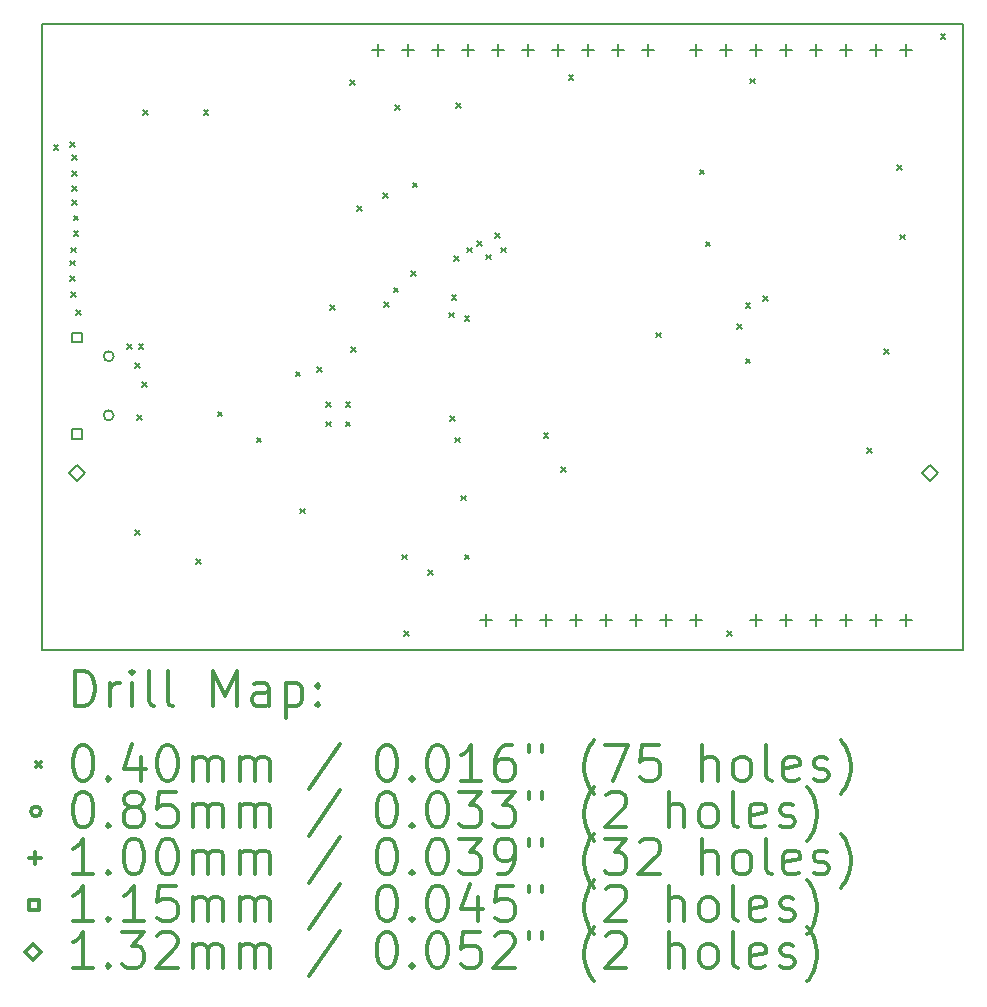
<source format=gbr>
%FSLAX45Y45*%
G04 Gerber Fmt 4.5, Leading zero omitted, Abs format (unit mm)*
G04 Created by KiCad (PCBNEW 5.0.2-bee76a0~70~ubuntu18.04.1) date Mi 12 Dez 2018 07:56:02 CET*
%MOMM*%
%LPD*%
G01*
G04 APERTURE LIST*
%ADD10C,0.150000*%
%ADD11C,0.200000*%
%ADD12C,0.300000*%
G04 APERTURE END LIST*
D10*
X12300000Y-13000000D02*
X12300000Y-7700000D01*
X4500000Y-7700000D02*
X4500000Y-13000000D01*
X12300000Y-7700000D02*
X4500000Y-7700000D01*
X4500000Y-13000000D02*
X12300000Y-13000000D01*
D11*
X4600000Y-8720000D02*
X4640000Y-8760000D01*
X4640000Y-8720000D02*
X4600000Y-8760000D01*
X4740000Y-8700000D02*
X4780000Y-8740000D01*
X4780000Y-8700000D02*
X4740000Y-8740000D01*
X4740000Y-9700000D02*
X4780000Y-9740000D01*
X4780000Y-9700000D02*
X4740000Y-9740000D01*
X4740000Y-9830000D02*
X4780000Y-9870000D01*
X4780000Y-9830000D02*
X4740000Y-9870000D01*
X4750000Y-9590000D02*
X4790000Y-9630000D01*
X4790000Y-9590000D02*
X4750000Y-9630000D01*
X4750000Y-9970000D02*
X4790000Y-10010000D01*
X4790000Y-9970000D02*
X4750000Y-10010000D01*
X4760000Y-8810000D02*
X4800000Y-8850000D01*
X4800000Y-8810000D02*
X4760000Y-8850000D01*
X4760000Y-8940000D02*
X4800000Y-8980000D01*
X4800000Y-8940000D02*
X4760000Y-8980000D01*
X4760000Y-9070000D02*
X4800000Y-9110000D01*
X4800000Y-9070000D02*
X4760000Y-9110000D01*
X4760000Y-9190000D02*
X4800000Y-9230000D01*
X4800000Y-9190000D02*
X4760000Y-9230000D01*
X4770000Y-9320000D02*
X4810000Y-9360000D01*
X4810000Y-9320000D02*
X4770000Y-9360000D01*
X4770000Y-9450000D02*
X4810000Y-9490000D01*
X4810000Y-9450000D02*
X4770000Y-9490000D01*
X4790000Y-10120000D02*
X4830000Y-10160000D01*
X4830000Y-10120000D02*
X4790000Y-10160000D01*
X5220000Y-10410000D02*
X5260000Y-10450000D01*
X5260000Y-10410000D02*
X5220000Y-10450000D01*
X5290000Y-11980000D02*
X5330000Y-12020000D01*
X5330000Y-11980000D02*
X5290000Y-12020000D01*
X5290503Y-10570503D02*
X5330503Y-10610503D01*
X5330503Y-10570503D02*
X5290503Y-10610503D01*
X5310000Y-11010000D02*
X5350000Y-11050000D01*
X5350000Y-11010000D02*
X5310000Y-11050000D01*
X5320000Y-10410000D02*
X5360000Y-10450000D01*
X5360000Y-10410000D02*
X5320000Y-10450000D01*
X5350000Y-10730000D02*
X5390000Y-10770000D01*
X5390000Y-10730000D02*
X5350000Y-10770000D01*
X5360000Y-8429000D02*
X5400000Y-8469000D01*
X5400000Y-8429000D02*
X5360000Y-8469000D01*
X5810000Y-12230000D02*
X5850000Y-12270000D01*
X5850000Y-12230000D02*
X5810000Y-12270000D01*
X5870000Y-8429000D02*
X5910000Y-8469000D01*
X5910000Y-8429000D02*
X5870000Y-8469000D01*
X5990000Y-10980000D02*
X6030000Y-11020000D01*
X6030000Y-10980000D02*
X5990000Y-11020000D01*
X6320000Y-11200000D02*
X6360000Y-11240000D01*
X6360000Y-11200000D02*
X6320000Y-11240000D01*
X6650000Y-10640000D02*
X6690000Y-10680000D01*
X6690000Y-10640000D02*
X6650000Y-10680000D01*
X6690000Y-11800000D02*
X6730000Y-11840000D01*
X6730000Y-11800000D02*
X6690000Y-11840000D01*
X6830747Y-10599253D02*
X6870747Y-10639253D01*
X6870747Y-10599253D02*
X6830747Y-10639253D01*
X6906250Y-11063750D02*
X6946250Y-11103750D01*
X6946250Y-11063750D02*
X6906250Y-11103750D01*
X6910000Y-10896250D02*
X6950000Y-10936250D01*
X6950000Y-10896250D02*
X6910000Y-10936250D01*
X6940000Y-10080000D02*
X6980000Y-10120000D01*
X6980000Y-10080000D02*
X6940000Y-10120000D01*
X7073750Y-10896250D02*
X7113750Y-10936250D01*
X7113750Y-10896250D02*
X7073750Y-10936250D01*
X7073750Y-11063750D02*
X7113750Y-11103750D01*
X7113750Y-11063750D02*
X7073750Y-11103750D01*
X7110000Y-8170000D02*
X7150000Y-8210000D01*
X7150000Y-8170000D02*
X7110000Y-8210000D01*
X7120000Y-10430000D02*
X7160000Y-10470000D01*
X7160000Y-10430000D02*
X7120000Y-10470000D01*
X7170000Y-9240000D02*
X7210000Y-9280000D01*
X7210000Y-9240000D02*
X7170000Y-9280000D01*
X7390000Y-9130000D02*
X7430000Y-9170000D01*
X7430000Y-9130000D02*
X7390000Y-9170000D01*
X7400000Y-10050000D02*
X7440000Y-10090000D01*
X7440000Y-10050000D02*
X7400000Y-10090000D01*
X7480000Y-9930000D02*
X7520000Y-9970000D01*
X7520000Y-9930000D02*
X7480000Y-9970000D01*
X7490000Y-8385000D02*
X7530000Y-8425000D01*
X7530000Y-8385000D02*
X7490000Y-8425000D01*
X7550000Y-12190000D02*
X7590000Y-12230000D01*
X7590000Y-12190000D02*
X7550000Y-12230000D01*
X7570000Y-12835000D02*
X7610000Y-12875000D01*
X7610000Y-12835000D02*
X7570000Y-12875000D01*
X7630000Y-9790000D02*
X7670000Y-9830000D01*
X7670000Y-9790000D02*
X7630000Y-9830000D01*
X7640000Y-9040000D02*
X7680000Y-9080000D01*
X7680000Y-9040000D02*
X7640000Y-9080000D01*
X7770000Y-12320000D02*
X7810000Y-12360000D01*
X7810000Y-12320000D02*
X7770000Y-12360000D01*
X7950000Y-10140000D02*
X7990000Y-10180000D01*
X7990000Y-10140000D02*
X7950000Y-10180000D01*
X7960000Y-11020000D02*
X8000000Y-11060000D01*
X8000000Y-11020000D02*
X7960000Y-11060000D01*
X7970000Y-9990000D02*
X8010000Y-10030000D01*
X8010000Y-9990000D02*
X7970000Y-10030000D01*
X7990000Y-9660000D02*
X8030000Y-9700000D01*
X8030000Y-9660000D02*
X7990000Y-9700000D01*
X8000000Y-11200000D02*
X8040000Y-11240000D01*
X8040000Y-11200000D02*
X8000000Y-11240000D01*
X8010000Y-8370000D02*
X8050000Y-8410000D01*
X8050000Y-8370000D02*
X8010000Y-8410000D01*
X8050000Y-11690000D02*
X8090000Y-11730000D01*
X8090000Y-11690000D02*
X8050000Y-11730000D01*
X8080000Y-10170000D02*
X8120000Y-10210000D01*
X8120000Y-10170000D02*
X8080000Y-10210000D01*
X8080000Y-12190000D02*
X8120000Y-12230000D01*
X8120000Y-12190000D02*
X8080000Y-12230000D01*
X8100000Y-9590000D02*
X8140000Y-9630000D01*
X8140000Y-9590000D02*
X8100000Y-9630000D01*
X8184800Y-9537000D02*
X8224800Y-9577000D01*
X8224800Y-9537000D02*
X8184800Y-9577000D01*
X8260000Y-9650000D02*
X8300000Y-9690000D01*
X8300000Y-9650000D02*
X8260000Y-9690000D01*
X8340775Y-9469745D02*
X8380775Y-9509745D01*
X8380775Y-9469745D02*
X8340775Y-9509745D01*
X8390000Y-9590000D02*
X8430000Y-9630000D01*
X8430000Y-9590000D02*
X8390000Y-9630000D01*
X8750000Y-11160000D02*
X8790000Y-11200000D01*
X8790000Y-11160000D02*
X8750000Y-11200000D01*
X8900000Y-11450000D02*
X8940000Y-11490000D01*
X8940000Y-11450000D02*
X8900000Y-11490000D01*
X8960000Y-8130000D02*
X9000000Y-8170000D01*
X9000000Y-8130000D02*
X8960000Y-8170000D01*
X9700000Y-10310000D02*
X9740000Y-10350000D01*
X9740000Y-10310000D02*
X9700000Y-10350000D01*
X10070000Y-8930000D02*
X10110000Y-8970000D01*
X10110000Y-8930000D02*
X10070000Y-8970000D01*
X10120000Y-9540000D02*
X10160000Y-9580000D01*
X10160000Y-9540000D02*
X10120000Y-9580000D01*
X10300000Y-12840000D02*
X10340000Y-12880000D01*
X10340000Y-12840000D02*
X10300000Y-12880000D01*
X10390000Y-10240000D02*
X10430000Y-10280000D01*
X10430000Y-10240000D02*
X10390000Y-10280000D01*
X10460000Y-10060000D02*
X10500000Y-10100000D01*
X10500000Y-10060000D02*
X10460000Y-10100000D01*
X10460000Y-10530000D02*
X10500000Y-10570000D01*
X10500000Y-10530000D02*
X10460000Y-10570000D01*
X10500000Y-8160000D02*
X10540000Y-8200000D01*
X10540000Y-8160000D02*
X10500000Y-8200000D01*
X10610000Y-10000000D02*
X10650000Y-10040000D01*
X10650000Y-10000000D02*
X10610000Y-10040000D01*
X11490000Y-11290000D02*
X11530000Y-11330000D01*
X11530000Y-11290000D02*
X11490000Y-11330000D01*
X11630000Y-10450000D02*
X11670000Y-10490000D01*
X11670000Y-10450000D02*
X11630000Y-10490000D01*
X11740000Y-8890000D02*
X11780000Y-8930000D01*
X11780000Y-8890000D02*
X11740000Y-8930000D01*
X11770000Y-9480000D02*
X11810000Y-9520000D01*
X11810000Y-9480000D02*
X11770000Y-9520000D01*
X12110000Y-7780000D02*
X12150000Y-7820000D01*
X12150000Y-7780000D02*
X12110000Y-7820000D01*
X5108754Y-10509910D02*
G75*
G03X5108754Y-10509910I-42500J0D01*
G01*
X5108754Y-11009910D02*
G75*
G03X5108754Y-11009910I-42500J0D01*
G01*
X7349600Y-7870000D02*
X7349600Y-7970000D01*
X7299600Y-7920000D02*
X7399600Y-7920000D01*
X7603600Y-7870000D02*
X7603600Y-7970000D01*
X7553600Y-7920000D02*
X7653600Y-7920000D01*
X7857600Y-7870000D02*
X7857600Y-7970000D01*
X7807600Y-7920000D02*
X7907600Y-7920000D01*
X8111600Y-7870000D02*
X8111600Y-7970000D01*
X8061600Y-7920000D02*
X8161600Y-7920000D01*
X8264000Y-12696000D02*
X8264000Y-12796000D01*
X8214000Y-12746000D02*
X8314000Y-12746000D01*
X8365600Y-7870000D02*
X8365600Y-7970000D01*
X8315600Y-7920000D02*
X8415600Y-7920000D01*
X8518000Y-12696000D02*
X8518000Y-12796000D01*
X8468000Y-12746000D02*
X8568000Y-12746000D01*
X8619600Y-7870000D02*
X8619600Y-7970000D01*
X8569600Y-7920000D02*
X8669600Y-7920000D01*
X8772000Y-12696000D02*
X8772000Y-12796000D01*
X8722000Y-12746000D02*
X8822000Y-12746000D01*
X8873600Y-7870000D02*
X8873600Y-7970000D01*
X8823600Y-7920000D02*
X8923600Y-7920000D01*
X9026000Y-12696000D02*
X9026000Y-12796000D01*
X8976000Y-12746000D02*
X9076000Y-12746000D01*
X9127600Y-7870000D02*
X9127600Y-7970000D01*
X9077600Y-7920000D02*
X9177600Y-7920000D01*
X9280000Y-12696000D02*
X9280000Y-12796000D01*
X9230000Y-12746000D02*
X9330000Y-12746000D01*
X9381600Y-7870000D02*
X9381600Y-7970000D01*
X9331600Y-7920000D02*
X9431600Y-7920000D01*
X9534000Y-12696000D02*
X9534000Y-12796000D01*
X9484000Y-12746000D02*
X9584000Y-12746000D01*
X9635600Y-7870000D02*
X9635600Y-7970000D01*
X9585600Y-7920000D02*
X9685600Y-7920000D01*
X9788000Y-12696000D02*
X9788000Y-12796000D01*
X9738000Y-12746000D02*
X9838000Y-12746000D01*
X10042000Y-7870000D02*
X10042000Y-7970000D01*
X9992000Y-7920000D02*
X10092000Y-7920000D01*
X10042000Y-12696000D02*
X10042000Y-12796000D01*
X9992000Y-12746000D02*
X10092000Y-12746000D01*
X10296000Y-7870000D02*
X10296000Y-7970000D01*
X10246000Y-7920000D02*
X10346000Y-7920000D01*
X10550000Y-7870000D02*
X10550000Y-7970000D01*
X10500000Y-7920000D02*
X10600000Y-7920000D01*
X10550000Y-12696000D02*
X10550000Y-12796000D01*
X10500000Y-12746000D02*
X10600000Y-12746000D01*
X10804000Y-7870000D02*
X10804000Y-7970000D01*
X10754000Y-7920000D02*
X10854000Y-7920000D01*
X10804000Y-12696000D02*
X10804000Y-12796000D01*
X10754000Y-12746000D02*
X10854000Y-12746000D01*
X11058000Y-7870000D02*
X11058000Y-7970000D01*
X11008000Y-7920000D02*
X11108000Y-7920000D01*
X11058000Y-12696000D02*
X11058000Y-12796000D01*
X11008000Y-12746000D02*
X11108000Y-12746000D01*
X11312000Y-7870000D02*
X11312000Y-7970000D01*
X11262000Y-7920000D02*
X11362000Y-7920000D01*
X11312000Y-12696000D02*
X11312000Y-12796000D01*
X11262000Y-12746000D02*
X11362000Y-12746000D01*
X11566000Y-7870000D02*
X11566000Y-7970000D01*
X11516000Y-7920000D02*
X11616000Y-7920000D01*
X11566000Y-12696000D02*
X11566000Y-12796000D01*
X11516000Y-12746000D02*
X11616000Y-12746000D01*
X11820000Y-7870000D02*
X11820000Y-7970000D01*
X11770000Y-7920000D02*
X11870000Y-7920000D01*
X11820000Y-12696000D02*
X11820000Y-12796000D01*
X11770000Y-12746000D02*
X11870000Y-12746000D01*
X4836913Y-10390659D02*
X4836913Y-10309341D01*
X4755595Y-10309341D01*
X4755595Y-10390659D01*
X4836913Y-10390659D01*
X4836913Y-11210659D02*
X4836913Y-11129341D01*
X4755595Y-11129341D01*
X4755595Y-11210659D01*
X4836913Y-11210659D01*
X4799000Y-11566000D02*
X4865000Y-11500000D01*
X4799000Y-11434000D01*
X4733000Y-11500000D01*
X4799000Y-11566000D01*
X12021000Y-11566000D02*
X12087000Y-11500000D01*
X12021000Y-11434000D01*
X11955000Y-11500000D01*
X12021000Y-11566000D01*
D12*
X4778928Y-13473214D02*
X4778928Y-13173214D01*
X4850357Y-13173214D01*
X4893214Y-13187500D01*
X4921786Y-13216071D01*
X4936071Y-13244643D01*
X4950357Y-13301786D01*
X4950357Y-13344643D01*
X4936071Y-13401786D01*
X4921786Y-13430357D01*
X4893214Y-13458929D01*
X4850357Y-13473214D01*
X4778928Y-13473214D01*
X5078928Y-13473214D02*
X5078928Y-13273214D01*
X5078928Y-13330357D02*
X5093214Y-13301786D01*
X5107500Y-13287500D01*
X5136071Y-13273214D01*
X5164643Y-13273214D01*
X5264643Y-13473214D02*
X5264643Y-13273214D01*
X5264643Y-13173214D02*
X5250357Y-13187500D01*
X5264643Y-13201786D01*
X5278928Y-13187500D01*
X5264643Y-13173214D01*
X5264643Y-13201786D01*
X5450357Y-13473214D02*
X5421786Y-13458929D01*
X5407500Y-13430357D01*
X5407500Y-13173214D01*
X5607500Y-13473214D02*
X5578928Y-13458929D01*
X5564643Y-13430357D01*
X5564643Y-13173214D01*
X5950357Y-13473214D02*
X5950357Y-13173214D01*
X6050357Y-13387500D01*
X6150357Y-13173214D01*
X6150357Y-13473214D01*
X6421786Y-13473214D02*
X6421786Y-13316071D01*
X6407500Y-13287500D01*
X6378928Y-13273214D01*
X6321786Y-13273214D01*
X6293214Y-13287500D01*
X6421786Y-13458929D02*
X6393214Y-13473214D01*
X6321786Y-13473214D01*
X6293214Y-13458929D01*
X6278928Y-13430357D01*
X6278928Y-13401786D01*
X6293214Y-13373214D01*
X6321786Y-13358929D01*
X6393214Y-13358929D01*
X6421786Y-13344643D01*
X6564643Y-13273214D02*
X6564643Y-13573214D01*
X6564643Y-13287500D02*
X6593214Y-13273214D01*
X6650357Y-13273214D01*
X6678928Y-13287500D01*
X6693214Y-13301786D01*
X6707500Y-13330357D01*
X6707500Y-13416071D01*
X6693214Y-13444643D01*
X6678928Y-13458929D01*
X6650357Y-13473214D01*
X6593214Y-13473214D01*
X6564643Y-13458929D01*
X6836071Y-13444643D02*
X6850357Y-13458929D01*
X6836071Y-13473214D01*
X6821786Y-13458929D01*
X6836071Y-13444643D01*
X6836071Y-13473214D01*
X6836071Y-13287500D02*
X6850357Y-13301786D01*
X6836071Y-13316071D01*
X6821786Y-13301786D01*
X6836071Y-13287500D01*
X6836071Y-13316071D01*
X4452500Y-13947500D02*
X4492500Y-13987500D01*
X4492500Y-13947500D02*
X4452500Y-13987500D01*
X4836071Y-13803214D02*
X4864643Y-13803214D01*
X4893214Y-13817500D01*
X4907500Y-13831786D01*
X4921786Y-13860357D01*
X4936071Y-13917500D01*
X4936071Y-13988929D01*
X4921786Y-14046071D01*
X4907500Y-14074643D01*
X4893214Y-14088929D01*
X4864643Y-14103214D01*
X4836071Y-14103214D01*
X4807500Y-14088929D01*
X4793214Y-14074643D01*
X4778928Y-14046071D01*
X4764643Y-13988929D01*
X4764643Y-13917500D01*
X4778928Y-13860357D01*
X4793214Y-13831786D01*
X4807500Y-13817500D01*
X4836071Y-13803214D01*
X5064643Y-14074643D02*
X5078928Y-14088929D01*
X5064643Y-14103214D01*
X5050357Y-14088929D01*
X5064643Y-14074643D01*
X5064643Y-14103214D01*
X5336071Y-13903214D02*
X5336071Y-14103214D01*
X5264643Y-13788929D02*
X5193214Y-14003214D01*
X5378928Y-14003214D01*
X5550357Y-13803214D02*
X5578928Y-13803214D01*
X5607500Y-13817500D01*
X5621786Y-13831786D01*
X5636071Y-13860357D01*
X5650357Y-13917500D01*
X5650357Y-13988929D01*
X5636071Y-14046071D01*
X5621786Y-14074643D01*
X5607500Y-14088929D01*
X5578928Y-14103214D01*
X5550357Y-14103214D01*
X5521786Y-14088929D01*
X5507500Y-14074643D01*
X5493214Y-14046071D01*
X5478928Y-13988929D01*
X5478928Y-13917500D01*
X5493214Y-13860357D01*
X5507500Y-13831786D01*
X5521786Y-13817500D01*
X5550357Y-13803214D01*
X5778928Y-14103214D02*
X5778928Y-13903214D01*
X5778928Y-13931786D02*
X5793214Y-13917500D01*
X5821786Y-13903214D01*
X5864643Y-13903214D01*
X5893214Y-13917500D01*
X5907500Y-13946071D01*
X5907500Y-14103214D01*
X5907500Y-13946071D02*
X5921786Y-13917500D01*
X5950357Y-13903214D01*
X5993214Y-13903214D01*
X6021786Y-13917500D01*
X6036071Y-13946071D01*
X6036071Y-14103214D01*
X6178928Y-14103214D02*
X6178928Y-13903214D01*
X6178928Y-13931786D02*
X6193214Y-13917500D01*
X6221786Y-13903214D01*
X6264643Y-13903214D01*
X6293214Y-13917500D01*
X6307500Y-13946071D01*
X6307500Y-14103214D01*
X6307500Y-13946071D02*
X6321786Y-13917500D01*
X6350357Y-13903214D01*
X6393214Y-13903214D01*
X6421786Y-13917500D01*
X6436071Y-13946071D01*
X6436071Y-14103214D01*
X7021786Y-13788929D02*
X6764643Y-14174643D01*
X7407500Y-13803214D02*
X7436071Y-13803214D01*
X7464643Y-13817500D01*
X7478928Y-13831786D01*
X7493214Y-13860357D01*
X7507500Y-13917500D01*
X7507500Y-13988929D01*
X7493214Y-14046071D01*
X7478928Y-14074643D01*
X7464643Y-14088929D01*
X7436071Y-14103214D01*
X7407500Y-14103214D01*
X7378928Y-14088929D01*
X7364643Y-14074643D01*
X7350357Y-14046071D01*
X7336071Y-13988929D01*
X7336071Y-13917500D01*
X7350357Y-13860357D01*
X7364643Y-13831786D01*
X7378928Y-13817500D01*
X7407500Y-13803214D01*
X7636071Y-14074643D02*
X7650357Y-14088929D01*
X7636071Y-14103214D01*
X7621786Y-14088929D01*
X7636071Y-14074643D01*
X7636071Y-14103214D01*
X7836071Y-13803214D02*
X7864643Y-13803214D01*
X7893214Y-13817500D01*
X7907500Y-13831786D01*
X7921786Y-13860357D01*
X7936071Y-13917500D01*
X7936071Y-13988929D01*
X7921786Y-14046071D01*
X7907500Y-14074643D01*
X7893214Y-14088929D01*
X7864643Y-14103214D01*
X7836071Y-14103214D01*
X7807500Y-14088929D01*
X7793214Y-14074643D01*
X7778928Y-14046071D01*
X7764643Y-13988929D01*
X7764643Y-13917500D01*
X7778928Y-13860357D01*
X7793214Y-13831786D01*
X7807500Y-13817500D01*
X7836071Y-13803214D01*
X8221786Y-14103214D02*
X8050357Y-14103214D01*
X8136071Y-14103214D02*
X8136071Y-13803214D01*
X8107500Y-13846071D01*
X8078928Y-13874643D01*
X8050357Y-13888929D01*
X8478928Y-13803214D02*
X8421786Y-13803214D01*
X8393214Y-13817500D01*
X8378928Y-13831786D01*
X8350357Y-13874643D01*
X8336071Y-13931786D01*
X8336071Y-14046071D01*
X8350357Y-14074643D01*
X8364643Y-14088929D01*
X8393214Y-14103214D01*
X8450357Y-14103214D01*
X8478928Y-14088929D01*
X8493214Y-14074643D01*
X8507500Y-14046071D01*
X8507500Y-13974643D01*
X8493214Y-13946071D01*
X8478928Y-13931786D01*
X8450357Y-13917500D01*
X8393214Y-13917500D01*
X8364643Y-13931786D01*
X8350357Y-13946071D01*
X8336071Y-13974643D01*
X8621786Y-13803214D02*
X8621786Y-13860357D01*
X8736071Y-13803214D02*
X8736071Y-13860357D01*
X9178928Y-14217500D02*
X9164643Y-14203214D01*
X9136071Y-14160357D01*
X9121786Y-14131786D01*
X9107500Y-14088929D01*
X9093214Y-14017500D01*
X9093214Y-13960357D01*
X9107500Y-13888929D01*
X9121786Y-13846071D01*
X9136071Y-13817500D01*
X9164643Y-13774643D01*
X9178928Y-13760357D01*
X9264643Y-13803214D02*
X9464643Y-13803214D01*
X9336071Y-14103214D01*
X9721786Y-13803214D02*
X9578928Y-13803214D01*
X9564643Y-13946071D01*
X9578928Y-13931786D01*
X9607500Y-13917500D01*
X9678928Y-13917500D01*
X9707500Y-13931786D01*
X9721786Y-13946071D01*
X9736071Y-13974643D01*
X9736071Y-14046071D01*
X9721786Y-14074643D01*
X9707500Y-14088929D01*
X9678928Y-14103214D01*
X9607500Y-14103214D01*
X9578928Y-14088929D01*
X9564643Y-14074643D01*
X10093214Y-14103214D02*
X10093214Y-13803214D01*
X10221786Y-14103214D02*
X10221786Y-13946071D01*
X10207500Y-13917500D01*
X10178928Y-13903214D01*
X10136071Y-13903214D01*
X10107500Y-13917500D01*
X10093214Y-13931786D01*
X10407500Y-14103214D02*
X10378928Y-14088929D01*
X10364643Y-14074643D01*
X10350357Y-14046071D01*
X10350357Y-13960357D01*
X10364643Y-13931786D01*
X10378928Y-13917500D01*
X10407500Y-13903214D01*
X10450357Y-13903214D01*
X10478928Y-13917500D01*
X10493214Y-13931786D01*
X10507500Y-13960357D01*
X10507500Y-14046071D01*
X10493214Y-14074643D01*
X10478928Y-14088929D01*
X10450357Y-14103214D01*
X10407500Y-14103214D01*
X10678928Y-14103214D02*
X10650357Y-14088929D01*
X10636071Y-14060357D01*
X10636071Y-13803214D01*
X10907500Y-14088929D02*
X10878928Y-14103214D01*
X10821786Y-14103214D01*
X10793214Y-14088929D01*
X10778928Y-14060357D01*
X10778928Y-13946071D01*
X10793214Y-13917500D01*
X10821786Y-13903214D01*
X10878928Y-13903214D01*
X10907500Y-13917500D01*
X10921786Y-13946071D01*
X10921786Y-13974643D01*
X10778928Y-14003214D01*
X11036071Y-14088929D02*
X11064643Y-14103214D01*
X11121786Y-14103214D01*
X11150357Y-14088929D01*
X11164643Y-14060357D01*
X11164643Y-14046071D01*
X11150357Y-14017500D01*
X11121786Y-14003214D01*
X11078928Y-14003214D01*
X11050357Y-13988929D01*
X11036071Y-13960357D01*
X11036071Y-13946071D01*
X11050357Y-13917500D01*
X11078928Y-13903214D01*
X11121786Y-13903214D01*
X11150357Y-13917500D01*
X11264643Y-14217500D02*
X11278928Y-14203214D01*
X11307500Y-14160357D01*
X11321786Y-14131786D01*
X11336071Y-14088929D01*
X11350357Y-14017500D01*
X11350357Y-13960357D01*
X11336071Y-13888929D01*
X11321786Y-13846071D01*
X11307500Y-13817500D01*
X11278928Y-13774643D01*
X11264643Y-13760357D01*
X4492500Y-14363500D02*
G75*
G03X4492500Y-14363500I-42500J0D01*
G01*
X4836071Y-14199214D02*
X4864643Y-14199214D01*
X4893214Y-14213500D01*
X4907500Y-14227786D01*
X4921786Y-14256357D01*
X4936071Y-14313500D01*
X4936071Y-14384929D01*
X4921786Y-14442071D01*
X4907500Y-14470643D01*
X4893214Y-14484929D01*
X4864643Y-14499214D01*
X4836071Y-14499214D01*
X4807500Y-14484929D01*
X4793214Y-14470643D01*
X4778928Y-14442071D01*
X4764643Y-14384929D01*
X4764643Y-14313500D01*
X4778928Y-14256357D01*
X4793214Y-14227786D01*
X4807500Y-14213500D01*
X4836071Y-14199214D01*
X5064643Y-14470643D02*
X5078928Y-14484929D01*
X5064643Y-14499214D01*
X5050357Y-14484929D01*
X5064643Y-14470643D01*
X5064643Y-14499214D01*
X5250357Y-14327786D02*
X5221786Y-14313500D01*
X5207500Y-14299214D01*
X5193214Y-14270643D01*
X5193214Y-14256357D01*
X5207500Y-14227786D01*
X5221786Y-14213500D01*
X5250357Y-14199214D01*
X5307500Y-14199214D01*
X5336071Y-14213500D01*
X5350357Y-14227786D01*
X5364643Y-14256357D01*
X5364643Y-14270643D01*
X5350357Y-14299214D01*
X5336071Y-14313500D01*
X5307500Y-14327786D01*
X5250357Y-14327786D01*
X5221786Y-14342071D01*
X5207500Y-14356357D01*
X5193214Y-14384929D01*
X5193214Y-14442071D01*
X5207500Y-14470643D01*
X5221786Y-14484929D01*
X5250357Y-14499214D01*
X5307500Y-14499214D01*
X5336071Y-14484929D01*
X5350357Y-14470643D01*
X5364643Y-14442071D01*
X5364643Y-14384929D01*
X5350357Y-14356357D01*
X5336071Y-14342071D01*
X5307500Y-14327786D01*
X5636071Y-14199214D02*
X5493214Y-14199214D01*
X5478928Y-14342071D01*
X5493214Y-14327786D01*
X5521786Y-14313500D01*
X5593214Y-14313500D01*
X5621786Y-14327786D01*
X5636071Y-14342071D01*
X5650357Y-14370643D01*
X5650357Y-14442071D01*
X5636071Y-14470643D01*
X5621786Y-14484929D01*
X5593214Y-14499214D01*
X5521786Y-14499214D01*
X5493214Y-14484929D01*
X5478928Y-14470643D01*
X5778928Y-14499214D02*
X5778928Y-14299214D01*
X5778928Y-14327786D02*
X5793214Y-14313500D01*
X5821786Y-14299214D01*
X5864643Y-14299214D01*
X5893214Y-14313500D01*
X5907500Y-14342071D01*
X5907500Y-14499214D01*
X5907500Y-14342071D02*
X5921786Y-14313500D01*
X5950357Y-14299214D01*
X5993214Y-14299214D01*
X6021786Y-14313500D01*
X6036071Y-14342071D01*
X6036071Y-14499214D01*
X6178928Y-14499214D02*
X6178928Y-14299214D01*
X6178928Y-14327786D02*
X6193214Y-14313500D01*
X6221786Y-14299214D01*
X6264643Y-14299214D01*
X6293214Y-14313500D01*
X6307500Y-14342071D01*
X6307500Y-14499214D01*
X6307500Y-14342071D02*
X6321786Y-14313500D01*
X6350357Y-14299214D01*
X6393214Y-14299214D01*
X6421786Y-14313500D01*
X6436071Y-14342071D01*
X6436071Y-14499214D01*
X7021786Y-14184929D02*
X6764643Y-14570643D01*
X7407500Y-14199214D02*
X7436071Y-14199214D01*
X7464643Y-14213500D01*
X7478928Y-14227786D01*
X7493214Y-14256357D01*
X7507500Y-14313500D01*
X7507500Y-14384929D01*
X7493214Y-14442071D01*
X7478928Y-14470643D01*
X7464643Y-14484929D01*
X7436071Y-14499214D01*
X7407500Y-14499214D01*
X7378928Y-14484929D01*
X7364643Y-14470643D01*
X7350357Y-14442071D01*
X7336071Y-14384929D01*
X7336071Y-14313500D01*
X7350357Y-14256357D01*
X7364643Y-14227786D01*
X7378928Y-14213500D01*
X7407500Y-14199214D01*
X7636071Y-14470643D02*
X7650357Y-14484929D01*
X7636071Y-14499214D01*
X7621786Y-14484929D01*
X7636071Y-14470643D01*
X7636071Y-14499214D01*
X7836071Y-14199214D02*
X7864643Y-14199214D01*
X7893214Y-14213500D01*
X7907500Y-14227786D01*
X7921786Y-14256357D01*
X7936071Y-14313500D01*
X7936071Y-14384929D01*
X7921786Y-14442071D01*
X7907500Y-14470643D01*
X7893214Y-14484929D01*
X7864643Y-14499214D01*
X7836071Y-14499214D01*
X7807500Y-14484929D01*
X7793214Y-14470643D01*
X7778928Y-14442071D01*
X7764643Y-14384929D01*
X7764643Y-14313500D01*
X7778928Y-14256357D01*
X7793214Y-14227786D01*
X7807500Y-14213500D01*
X7836071Y-14199214D01*
X8036071Y-14199214D02*
X8221786Y-14199214D01*
X8121786Y-14313500D01*
X8164643Y-14313500D01*
X8193214Y-14327786D01*
X8207500Y-14342071D01*
X8221786Y-14370643D01*
X8221786Y-14442071D01*
X8207500Y-14470643D01*
X8193214Y-14484929D01*
X8164643Y-14499214D01*
X8078928Y-14499214D01*
X8050357Y-14484929D01*
X8036071Y-14470643D01*
X8321786Y-14199214D02*
X8507500Y-14199214D01*
X8407500Y-14313500D01*
X8450357Y-14313500D01*
X8478928Y-14327786D01*
X8493214Y-14342071D01*
X8507500Y-14370643D01*
X8507500Y-14442071D01*
X8493214Y-14470643D01*
X8478928Y-14484929D01*
X8450357Y-14499214D01*
X8364643Y-14499214D01*
X8336071Y-14484929D01*
X8321786Y-14470643D01*
X8621786Y-14199214D02*
X8621786Y-14256357D01*
X8736071Y-14199214D02*
X8736071Y-14256357D01*
X9178928Y-14613500D02*
X9164643Y-14599214D01*
X9136071Y-14556357D01*
X9121786Y-14527786D01*
X9107500Y-14484929D01*
X9093214Y-14413500D01*
X9093214Y-14356357D01*
X9107500Y-14284929D01*
X9121786Y-14242071D01*
X9136071Y-14213500D01*
X9164643Y-14170643D01*
X9178928Y-14156357D01*
X9278928Y-14227786D02*
X9293214Y-14213500D01*
X9321786Y-14199214D01*
X9393214Y-14199214D01*
X9421786Y-14213500D01*
X9436071Y-14227786D01*
X9450357Y-14256357D01*
X9450357Y-14284929D01*
X9436071Y-14327786D01*
X9264643Y-14499214D01*
X9450357Y-14499214D01*
X9807500Y-14499214D02*
X9807500Y-14199214D01*
X9936071Y-14499214D02*
X9936071Y-14342071D01*
X9921786Y-14313500D01*
X9893214Y-14299214D01*
X9850357Y-14299214D01*
X9821786Y-14313500D01*
X9807500Y-14327786D01*
X10121786Y-14499214D02*
X10093214Y-14484929D01*
X10078928Y-14470643D01*
X10064643Y-14442071D01*
X10064643Y-14356357D01*
X10078928Y-14327786D01*
X10093214Y-14313500D01*
X10121786Y-14299214D01*
X10164643Y-14299214D01*
X10193214Y-14313500D01*
X10207500Y-14327786D01*
X10221786Y-14356357D01*
X10221786Y-14442071D01*
X10207500Y-14470643D01*
X10193214Y-14484929D01*
X10164643Y-14499214D01*
X10121786Y-14499214D01*
X10393214Y-14499214D02*
X10364643Y-14484929D01*
X10350357Y-14456357D01*
X10350357Y-14199214D01*
X10621786Y-14484929D02*
X10593214Y-14499214D01*
X10536071Y-14499214D01*
X10507500Y-14484929D01*
X10493214Y-14456357D01*
X10493214Y-14342071D01*
X10507500Y-14313500D01*
X10536071Y-14299214D01*
X10593214Y-14299214D01*
X10621786Y-14313500D01*
X10636071Y-14342071D01*
X10636071Y-14370643D01*
X10493214Y-14399214D01*
X10750357Y-14484929D02*
X10778928Y-14499214D01*
X10836071Y-14499214D01*
X10864643Y-14484929D01*
X10878928Y-14456357D01*
X10878928Y-14442071D01*
X10864643Y-14413500D01*
X10836071Y-14399214D01*
X10793214Y-14399214D01*
X10764643Y-14384929D01*
X10750357Y-14356357D01*
X10750357Y-14342071D01*
X10764643Y-14313500D01*
X10793214Y-14299214D01*
X10836071Y-14299214D01*
X10864643Y-14313500D01*
X10978928Y-14613500D02*
X10993214Y-14599214D01*
X11021786Y-14556357D01*
X11036071Y-14527786D01*
X11050357Y-14484929D01*
X11064643Y-14413500D01*
X11064643Y-14356357D01*
X11050357Y-14284929D01*
X11036071Y-14242071D01*
X11021786Y-14213500D01*
X10993214Y-14170643D01*
X10978928Y-14156357D01*
X4442500Y-14709500D02*
X4442500Y-14809500D01*
X4392500Y-14759500D02*
X4492500Y-14759500D01*
X4936071Y-14895214D02*
X4764643Y-14895214D01*
X4850357Y-14895214D02*
X4850357Y-14595214D01*
X4821786Y-14638071D01*
X4793214Y-14666643D01*
X4764643Y-14680929D01*
X5064643Y-14866643D02*
X5078928Y-14880929D01*
X5064643Y-14895214D01*
X5050357Y-14880929D01*
X5064643Y-14866643D01*
X5064643Y-14895214D01*
X5264643Y-14595214D02*
X5293214Y-14595214D01*
X5321786Y-14609500D01*
X5336071Y-14623786D01*
X5350357Y-14652357D01*
X5364643Y-14709500D01*
X5364643Y-14780929D01*
X5350357Y-14838071D01*
X5336071Y-14866643D01*
X5321786Y-14880929D01*
X5293214Y-14895214D01*
X5264643Y-14895214D01*
X5236071Y-14880929D01*
X5221786Y-14866643D01*
X5207500Y-14838071D01*
X5193214Y-14780929D01*
X5193214Y-14709500D01*
X5207500Y-14652357D01*
X5221786Y-14623786D01*
X5236071Y-14609500D01*
X5264643Y-14595214D01*
X5550357Y-14595214D02*
X5578928Y-14595214D01*
X5607500Y-14609500D01*
X5621786Y-14623786D01*
X5636071Y-14652357D01*
X5650357Y-14709500D01*
X5650357Y-14780929D01*
X5636071Y-14838071D01*
X5621786Y-14866643D01*
X5607500Y-14880929D01*
X5578928Y-14895214D01*
X5550357Y-14895214D01*
X5521786Y-14880929D01*
X5507500Y-14866643D01*
X5493214Y-14838071D01*
X5478928Y-14780929D01*
X5478928Y-14709500D01*
X5493214Y-14652357D01*
X5507500Y-14623786D01*
X5521786Y-14609500D01*
X5550357Y-14595214D01*
X5778928Y-14895214D02*
X5778928Y-14695214D01*
X5778928Y-14723786D02*
X5793214Y-14709500D01*
X5821786Y-14695214D01*
X5864643Y-14695214D01*
X5893214Y-14709500D01*
X5907500Y-14738071D01*
X5907500Y-14895214D01*
X5907500Y-14738071D02*
X5921786Y-14709500D01*
X5950357Y-14695214D01*
X5993214Y-14695214D01*
X6021786Y-14709500D01*
X6036071Y-14738071D01*
X6036071Y-14895214D01*
X6178928Y-14895214D02*
X6178928Y-14695214D01*
X6178928Y-14723786D02*
X6193214Y-14709500D01*
X6221786Y-14695214D01*
X6264643Y-14695214D01*
X6293214Y-14709500D01*
X6307500Y-14738071D01*
X6307500Y-14895214D01*
X6307500Y-14738071D02*
X6321786Y-14709500D01*
X6350357Y-14695214D01*
X6393214Y-14695214D01*
X6421786Y-14709500D01*
X6436071Y-14738071D01*
X6436071Y-14895214D01*
X7021786Y-14580929D02*
X6764643Y-14966643D01*
X7407500Y-14595214D02*
X7436071Y-14595214D01*
X7464643Y-14609500D01*
X7478928Y-14623786D01*
X7493214Y-14652357D01*
X7507500Y-14709500D01*
X7507500Y-14780929D01*
X7493214Y-14838071D01*
X7478928Y-14866643D01*
X7464643Y-14880929D01*
X7436071Y-14895214D01*
X7407500Y-14895214D01*
X7378928Y-14880929D01*
X7364643Y-14866643D01*
X7350357Y-14838071D01*
X7336071Y-14780929D01*
X7336071Y-14709500D01*
X7350357Y-14652357D01*
X7364643Y-14623786D01*
X7378928Y-14609500D01*
X7407500Y-14595214D01*
X7636071Y-14866643D02*
X7650357Y-14880929D01*
X7636071Y-14895214D01*
X7621786Y-14880929D01*
X7636071Y-14866643D01*
X7636071Y-14895214D01*
X7836071Y-14595214D02*
X7864643Y-14595214D01*
X7893214Y-14609500D01*
X7907500Y-14623786D01*
X7921786Y-14652357D01*
X7936071Y-14709500D01*
X7936071Y-14780929D01*
X7921786Y-14838071D01*
X7907500Y-14866643D01*
X7893214Y-14880929D01*
X7864643Y-14895214D01*
X7836071Y-14895214D01*
X7807500Y-14880929D01*
X7793214Y-14866643D01*
X7778928Y-14838071D01*
X7764643Y-14780929D01*
X7764643Y-14709500D01*
X7778928Y-14652357D01*
X7793214Y-14623786D01*
X7807500Y-14609500D01*
X7836071Y-14595214D01*
X8036071Y-14595214D02*
X8221786Y-14595214D01*
X8121786Y-14709500D01*
X8164643Y-14709500D01*
X8193214Y-14723786D01*
X8207500Y-14738071D01*
X8221786Y-14766643D01*
X8221786Y-14838071D01*
X8207500Y-14866643D01*
X8193214Y-14880929D01*
X8164643Y-14895214D01*
X8078928Y-14895214D01*
X8050357Y-14880929D01*
X8036071Y-14866643D01*
X8364643Y-14895214D02*
X8421786Y-14895214D01*
X8450357Y-14880929D01*
X8464643Y-14866643D01*
X8493214Y-14823786D01*
X8507500Y-14766643D01*
X8507500Y-14652357D01*
X8493214Y-14623786D01*
X8478928Y-14609500D01*
X8450357Y-14595214D01*
X8393214Y-14595214D01*
X8364643Y-14609500D01*
X8350357Y-14623786D01*
X8336071Y-14652357D01*
X8336071Y-14723786D01*
X8350357Y-14752357D01*
X8364643Y-14766643D01*
X8393214Y-14780929D01*
X8450357Y-14780929D01*
X8478928Y-14766643D01*
X8493214Y-14752357D01*
X8507500Y-14723786D01*
X8621786Y-14595214D02*
X8621786Y-14652357D01*
X8736071Y-14595214D02*
X8736071Y-14652357D01*
X9178928Y-15009500D02*
X9164643Y-14995214D01*
X9136071Y-14952357D01*
X9121786Y-14923786D01*
X9107500Y-14880929D01*
X9093214Y-14809500D01*
X9093214Y-14752357D01*
X9107500Y-14680929D01*
X9121786Y-14638071D01*
X9136071Y-14609500D01*
X9164643Y-14566643D01*
X9178928Y-14552357D01*
X9264643Y-14595214D02*
X9450357Y-14595214D01*
X9350357Y-14709500D01*
X9393214Y-14709500D01*
X9421786Y-14723786D01*
X9436071Y-14738071D01*
X9450357Y-14766643D01*
X9450357Y-14838071D01*
X9436071Y-14866643D01*
X9421786Y-14880929D01*
X9393214Y-14895214D01*
X9307500Y-14895214D01*
X9278928Y-14880929D01*
X9264643Y-14866643D01*
X9564643Y-14623786D02*
X9578928Y-14609500D01*
X9607500Y-14595214D01*
X9678928Y-14595214D01*
X9707500Y-14609500D01*
X9721786Y-14623786D01*
X9736071Y-14652357D01*
X9736071Y-14680929D01*
X9721786Y-14723786D01*
X9550357Y-14895214D01*
X9736071Y-14895214D01*
X10093214Y-14895214D02*
X10093214Y-14595214D01*
X10221786Y-14895214D02*
X10221786Y-14738071D01*
X10207500Y-14709500D01*
X10178928Y-14695214D01*
X10136071Y-14695214D01*
X10107500Y-14709500D01*
X10093214Y-14723786D01*
X10407500Y-14895214D02*
X10378928Y-14880929D01*
X10364643Y-14866643D01*
X10350357Y-14838071D01*
X10350357Y-14752357D01*
X10364643Y-14723786D01*
X10378928Y-14709500D01*
X10407500Y-14695214D01*
X10450357Y-14695214D01*
X10478928Y-14709500D01*
X10493214Y-14723786D01*
X10507500Y-14752357D01*
X10507500Y-14838071D01*
X10493214Y-14866643D01*
X10478928Y-14880929D01*
X10450357Y-14895214D01*
X10407500Y-14895214D01*
X10678928Y-14895214D02*
X10650357Y-14880929D01*
X10636071Y-14852357D01*
X10636071Y-14595214D01*
X10907500Y-14880929D02*
X10878928Y-14895214D01*
X10821786Y-14895214D01*
X10793214Y-14880929D01*
X10778928Y-14852357D01*
X10778928Y-14738071D01*
X10793214Y-14709500D01*
X10821786Y-14695214D01*
X10878928Y-14695214D01*
X10907500Y-14709500D01*
X10921786Y-14738071D01*
X10921786Y-14766643D01*
X10778928Y-14795214D01*
X11036071Y-14880929D02*
X11064643Y-14895214D01*
X11121786Y-14895214D01*
X11150357Y-14880929D01*
X11164643Y-14852357D01*
X11164643Y-14838071D01*
X11150357Y-14809500D01*
X11121786Y-14795214D01*
X11078928Y-14795214D01*
X11050357Y-14780929D01*
X11036071Y-14752357D01*
X11036071Y-14738071D01*
X11050357Y-14709500D01*
X11078928Y-14695214D01*
X11121786Y-14695214D01*
X11150357Y-14709500D01*
X11264643Y-15009500D02*
X11278928Y-14995214D01*
X11307500Y-14952357D01*
X11321786Y-14923786D01*
X11336071Y-14880929D01*
X11350357Y-14809500D01*
X11350357Y-14752357D01*
X11336071Y-14680929D01*
X11321786Y-14638071D01*
X11307500Y-14609500D01*
X11278928Y-14566643D01*
X11264643Y-14552357D01*
X4475659Y-15196159D02*
X4475659Y-15114841D01*
X4394341Y-15114841D01*
X4394341Y-15196159D01*
X4475659Y-15196159D01*
X4936071Y-15291214D02*
X4764643Y-15291214D01*
X4850357Y-15291214D02*
X4850357Y-14991214D01*
X4821786Y-15034071D01*
X4793214Y-15062643D01*
X4764643Y-15076929D01*
X5064643Y-15262643D02*
X5078928Y-15276929D01*
X5064643Y-15291214D01*
X5050357Y-15276929D01*
X5064643Y-15262643D01*
X5064643Y-15291214D01*
X5364643Y-15291214D02*
X5193214Y-15291214D01*
X5278928Y-15291214D02*
X5278928Y-14991214D01*
X5250357Y-15034071D01*
X5221786Y-15062643D01*
X5193214Y-15076929D01*
X5636071Y-14991214D02*
X5493214Y-14991214D01*
X5478928Y-15134071D01*
X5493214Y-15119786D01*
X5521786Y-15105500D01*
X5593214Y-15105500D01*
X5621786Y-15119786D01*
X5636071Y-15134071D01*
X5650357Y-15162643D01*
X5650357Y-15234071D01*
X5636071Y-15262643D01*
X5621786Y-15276929D01*
X5593214Y-15291214D01*
X5521786Y-15291214D01*
X5493214Y-15276929D01*
X5478928Y-15262643D01*
X5778928Y-15291214D02*
X5778928Y-15091214D01*
X5778928Y-15119786D02*
X5793214Y-15105500D01*
X5821786Y-15091214D01*
X5864643Y-15091214D01*
X5893214Y-15105500D01*
X5907500Y-15134071D01*
X5907500Y-15291214D01*
X5907500Y-15134071D02*
X5921786Y-15105500D01*
X5950357Y-15091214D01*
X5993214Y-15091214D01*
X6021786Y-15105500D01*
X6036071Y-15134071D01*
X6036071Y-15291214D01*
X6178928Y-15291214D02*
X6178928Y-15091214D01*
X6178928Y-15119786D02*
X6193214Y-15105500D01*
X6221786Y-15091214D01*
X6264643Y-15091214D01*
X6293214Y-15105500D01*
X6307500Y-15134071D01*
X6307500Y-15291214D01*
X6307500Y-15134071D02*
X6321786Y-15105500D01*
X6350357Y-15091214D01*
X6393214Y-15091214D01*
X6421786Y-15105500D01*
X6436071Y-15134071D01*
X6436071Y-15291214D01*
X7021786Y-14976929D02*
X6764643Y-15362643D01*
X7407500Y-14991214D02*
X7436071Y-14991214D01*
X7464643Y-15005500D01*
X7478928Y-15019786D01*
X7493214Y-15048357D01*
X7507500Y-15105500D01*
X7507500Y-15176929D01*
X7493214Y-15234071D01*
X7478928Y-15262643D01*
X7464643Y-15276929D01*
X7436071Y-15291214D01*
X7407500Y-15291214D01*
X7378928Y-15276929D01*
X7364643Y-15262643D01*
X7350357Y-15234071D01*
X7336071Y-15176929D01*
X7336071Y-15105500D01*
X7350357Y-15048357D01*
X7364643Y-15019786D01*
X7378928Y-15005500D01*
X7407500Y-14991214D01*
X7636071Y-15262643D02*
X7650357Y-15276929D01*
X7636071Y-15291214D01*
X7621786Y-15276929D01*
X7636071Y-15262643D01*
X7636071Y-15291214D01*
X7836071Y-14991214D02*
X7864643Y-14991214D01*
X7893214Y-15005500D01*
X7907500Y-15019786D01*
X7921786Y-15048357D01*
X7936071Y-15105500D01*
X7936071Y-15176929D01*
X7921786Y-15234071D01*
X7907500Y-15262643D01*
X7893214Y-15276929D01*
X7864643Y-15291214D01*
X7836071Y-15291214D01*
X7807500Y-15276929D01*
X7793214Y-15262643D01*
X7778928Y-15234071D01*
X7764643Y-15176929D01*
X7764643Y-15105500D01*
X7778928Y-15048357D01*
X7793214Y-15019786D01*
X7807500Y-15005500D01*
X7836071Y-14991214D01*
X8193214Y-15091214D02*
X8193214Y-15291214D01*
X8121786Y-14976929D02*
X8050357Y-15191214D01*
X8236071Y-15191214D01*
X8493214Y-14991214D02*
X8350357Y-14991214D01*
X8336071Y-15134071D01*
X8350357Y-15119786D01*
X8378928Y-15105500D01*
X8450357Y-15105500D01*
X8478928Y-15119786D01*
X8493214Y-15134071D01*
X8507500Y-15162643D01*
X8507500Y-15234071D01*
X8493214Y-15262643D01*
X8478928Y-15276929D01*
X8450357Y-15291214D01*
X8378928Y-15291214D01*
X8350357Y-15276929D01*
X8336071Y-15262643D01*
X8621786Y-14991214D02*
X8621786Y-15048357D01*
X8736071Y-14991214D02*
X8736071Y-15048357D01*
X9178928Y-15405500D02*
X9164643Y-15391214D01*
X9136071Y-15348357D01*
X9121786Y-15319786D01*
X9107500Y-15276929D01*
X9093214Y-15205500D01*
X9093214Y-15148357D01*
X9107500Y-15076929D01*
X9121786Y-15034071D01*
X9136071Y-15005500D01*
X9164643Y-14962643D01*
X9178928Y-14948357D01*
X9278928Y-15019786D02*
X9293214Y-15005500D01*
X9321786Y-14991214D01*
X9393214Y-14991214D01*
X9421786Y-15005500D01*
X9436071Y-15019786D01*
X9450357Y-15048357D01*
X9450357Y-15076929D01*
X9436071Y-15119786D01*
X9264643Y-15291214D01*
X9450357Y-15291214D01*
X9807500Y-15291214D02*
X9807500Y-14991214D01*
X9936071Y-15291214D02*
X9936071Y-15134071D01*
X9921786Y-15105500D01*
X9893214Y-15091214D01*
X9850357Y-15091214D01*
X9821786Y-15105500D01*
X9807500Y-15119786D01*
X10121786Y-15291214D02*
X10093214Y-15276929D01*
X10078928Y-15262643D01*
X10064643Y-15234071D01*
X10064643Y-15148357D01*
X10078928Y-15119786D01*
X10093214Y-15105500D01*
X10121786Y-15091214D01*
X10164643Y-15091214D01*
X10193214Y-15105500D01*
X10207500Y-15119786D01*
X10221786Y-15148357D01*
X10221786Y-15234071D01*
X10207500Y-15262643D01*
X10193214Y-15276929D01*
X10164643Y-15291214D01*
X10121786Y-15291214D01*
X10393214Y-15291214D02*
X10364643Y-15276929D01*
X10350357Y-15248357D01*
X10350357Y-14991214D01*
X10621786Y-15276929D02*
X10593214Y-15291214D01*
X10536071Y-15291214D01*
X10507500Y-15276929D01*
X10493214Y-15248357D01*
X10493214Y-15134071D01*
X10507500Y-15105500D01*
X10536071Y-15091214D01*
X10593214Y-15091214D01*
X10621786Y-15105500D01*
X10636071Y-15134071D01*
X10636071Y-15162643D01*
X10493214Y-15191214D01*
X10750357Y-15276929D02*
X10778928Y-15291214D01*
X10836071Y-15291214D01*
X10864643Y-15276929D01*
X10878928Y-15248357D01*
X10878928Y-15234071D01*
X10864643Y-15205500D01*
X10836071Y-15191214D01*
X10793214Y-15191214D01*
X10764643Y-15176929D01*
X10750357Y-15148357D01*
X10750357Y-15134071D01*
X10764643Y-15105500D01*
X10793214Y-15091214D01*
X10836071Y-15091214D01*
X10864643Y-15105500D01*
X10978928Y-15405500D02*
X10993214Y-15391214D01*
X11021786Y-15348357D01*
X11036071Y-15319786D01*
X11050357Y-15276929D01*
X11064643Y-15205500D01*
X11064643Y-15148357D01*
X11050357Y-15076929D01*
X11036071Y-15034071D01*
X11021786Y-15005500D01*
X10993214Y-14962643D01*
X10978928Y-14948357D01*
X4426500Y-15617500D02*
X4492500Y-15551500D01*
X4426500Y-15485500D01*
X4360500Y-15551500D01*
X4426500Y-15617500D01*
X4936071Y-15687214D02*
X4764643Y-15687214D01*
X4850357Y-15687214D02*
X4850357Y-15387214D01*
X4821786Y-15430071D01*
X4793214Y-15458643D01*
X4764643Y-15472929D01*
X5064643Y-15658643D02*
X5078928Y-15672929D01*
X5064643Y-15687214D01*
X5050357Y-15672929D01*
X5064643Y-15658643D01*
X5064643Y-15687214D01*
X5178928Y-15387214D02*
X5364643Y-15387214D01*
X5264643Y-15501500D01*
X5307500Y-15501500D01*
X5336071Y-15515786D01*
X5350357Y-15530071D01*
X5364643Y-15558643D01*
X5364643Y-15630071D01*
X5350357Y-15658643D01*
X5336071Y-15672929D01*
X5307500Y-15687214D01*
X5221786Y-15687214D01*
X5193214Y-15672929D01*
X5178928Y-15658643D01*
X5478928Y-15415786D02*
X5493214Y-15401500D01*
X5521786Y-15387214D01*
X5593214Y-15387214D01*
X5621786Y-15401500D01*
X5636071Y-15415786D01*
X5650357Y-15444357D01*
X5650357Y-15472929D01*
X5636071Y-15515786D01*
X5464643Y-15687214D01*
X5650357Y-15687214D01*
X5778928Y-15687214D02*
X5778928Y-15487214D01*
X5778928Y-15515786D02*
X5793214Y-15501500D01*
X5821786Y-15487214D01*
X5864643Y-15487214D01*
X5893214Y-15501500D01*
X5907500Y-15530071D01*
X5907500Y-15687214D01*
X5907500Y-15530071D02*
X5921786Y-15501500D01*
X5950357Y-15487214D01*
X5993214Y-15487214D01*
X6021786Y-15501500D01*
X6036071Y-15530071D01*
X6036071Y-15687214D01*
X6178928Y-15687214D02*
X6178928Y-15487214D01*
X6178928Y-15515786D02*
X6193214Y-15501500D01*
X6221786Y-15487214D01*
X6264643Y-15487214D01*
X6293214Y-15501500D01*
X6307500Y-15530071D01*
X6307500Y-15687214D01*
X6307500Y-15530071D02*
X6321786Y-15501500D01*
X6350357Y-15487214D01*
X6393214Y-15487214D01*
X6421786Y-15501500D01*
X6436071Y-15530071D01*
X6436071Y-15687214D01*
X7021786Y-15372929D02*
X6764643Y-15758643D01*
X7407500Y-15387214D02*
X7436071Y-15387214D01*
X7464643Y-15401500D01*
X7478928Y-15415786D01*
X7493214Y-15444357D01*
X7507500Y-15501500D01*
X7507500Y-15572929D01*
X7493214Y-15630071D01*
X7478928Y-15658643D01*
X7464643Y-15672929D01*
X7436071Y-15687214D01*
X7407500Y-15687214D01*
X7378928Y-15672929D01*
X7364643Y-15658643D01*
X7350357Y-15630071D01*
X7336071Y-15572929D01*
X7336071Y-15501500D01*
X7350357Y-15444357D01*
X7364643Y-15415786D01*
X7378928Y-15401500D01*
X7407500Y-15387214D01*
X7636071Y-15658643D02*
X7650357Y-15672929D01*
X7636071Y-15687214D01*
X7621786Y-15672929D01*
X7636071Y-15658643D01*
X7636071Y-15687214D01*
X7836071Y-15387214D02*
X7864643Y-15387214D01*
X7893214Y-15401500D01*
X7907500Y-15415786D01*
X7921786Y-15444357D01*
X7936071Y-15501500D01*
X7936071Y-15572929D01*
X7921786Y-15630071D01*
X7907500Y-15658643D01*
X7893214Y-15672929D01*
X7864643Y-15687214D01*
X7836071Y-15687214D01*
X7807500Y-15672929D01*
X7793214Y-15658643D01*
X7778928Y-15630071D01*
X7764643Y-15572929D01*
X7764643Y-15501500D01*
X7778928Y-15444357D01*
X7793214Y-15415786D01*
X7807500Y-15401500D01*
X7836071Y-15387214D01*
X8207500Y-15387214D02*
X8064643Y-15387214D01*
X8050357Y-15530071D01*
X8064643Y-15515786D01*
X8093214Y-15501500D01*
X8164643Y-15501500D01*
X8193214Y-15515786D01*
X8207500Y-15530071D01*
X8221786Y-15558643D01*
X8221786Y-15630071D01*
X8207500Y-15658643D01*
X8193214Y-15672929D01*
X8164643Y-15687214D01*
X8093214Y-15687214D01*
X8064643Y-15672929D01*
X8050357Y-15658643D01*
X8336071Y-15415786D02*
X8350357Y-15401500D01*
X8378928Y-15387214D01*
X8450357Y-15387214D01*
X8478928Y-15401500D01*
X8493214Y-15415786D01*
X8507500Y-15444357D01*
X8507500Y-15472929D01*
X8493214Y-15515786D01*
X8321786Y-15687214D01*
X8507500Y-15687214D01*
X8621786Y-15387214D02*
X8621786Y-15444357D01*
X8736071Y-15387214D02*
X8736071Y-15444357D01*
X9178928Y-15801500D02*
X9164643Y-15787214D01*
X9136071Y-15744357D01*
X9121786Y-15715786D01*
X9107500Y-15672929D01*
X9093214Y-15601500D01*
X9093214Y-15544357D01*
X9107500Y-15472929D01*
X9121786Y-15430071D01*
X9136071Y-15401500D01*
X9164643Y-15358643D01*
X9178928Y-15344357D01*
X9278928Y-15415786D02*
X9293214Y-15401500D01*
X9321786Y-15387214D01*
X9393214Y-15387214D01*
X9421786Y-15401500D01*
X9436071Y-15415786D01*
X9450357Y-15444357D01*
X9450357Y-15472929D01*
X9436071Y-15515786D01*
X9264643Y-15687214D01*
X9450357Y-15687214D01*
X9807500Y-15687214D02*
X9807500Y-15387214D01*
X9936071Y-15687214D02*
X9936071Y-15530071D01*
X9921786Y-15501500D01*
X9893214Y-15487214D01*
X9850357Y-15487214D01*
X9821786Y-15501500D01*
X9807500Y-15515786D01*
X10121786Y-15687214D02*
X10093214Y-15672929D01*
X10078928Y-15658643D01*
X10064643Y-15630071D01*
X10064643Y-15544357D01*
X10078928Y-15515786D01*
X10093214Y-15501500D01*
X10121786Y-15487214D01*
X10164643Y-15487214D01*
X10193214Y-15501500D01*
X10207500Y-15515786D01*
X10221786Y-15544357D01*
X10221786Y-15630071D01*
X10207500Y-15658643D01*
X10193214Y-15672929D01*
X10164643Y-15687214D01*
X10121786Y-15687214D01*
X10393214Y-15687214D02*
X10364643Y-15672929D01*
X10350357Y-15644357D01*
X10350357Y-15387214D01*
X10621786Y-15672929D02*
X10593214Y-15687214D01*
X10536071Y-15687214D01*
X10507500Y-15672929D01*
X10493214Y-15644357D01*
X10493214Y-15530071D01*
X10507500Y-15501500D01*
X10536071Y-15487214D01*
X10593214Y-15487214D01*
X10621786Y-15501500D01*
X10636071Y-15530071D01*
X10636071Y-15558643D01*
X10493214Y-15587214D01*
X10750357Y-15672929D02*
X10778928Y-15687214D01*
X10836071Y-15687214D01*
X10864643Y-15672929D01*
X10878928Y-15644357D01*
X10878928Y-15630071D01*
X10864643Y-15601500D01*
X10836071Y-15587214D01*
X10793214Y-15587214D01*
X10764643Y-15572929D01*
X10750357Y-15544357D01*
X10750357Y-15530071D01*
X10764643Y-15501500D01*
X10793214Y-15487214D01*
X10836071Y-15487214D01*
X10864643Y-15501500D01*
X10978928Y-15801500D02*
X10993214Y-15787214D01*
X11021786Y-15744357D01*
X11036071Y-15715786D01*
X11050357Y-15672929D01*
X11064643Y-15601500D01*
X11064643Y-15544357D01*
X11050357Y-15472929D01*
X11036071Y-15430071D01*
X11021786Y-15401500D01*
X10993214Y-15358643D01*
X10978928Y-15344357D01*
M02*

</source>
